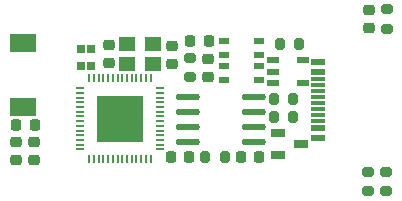
<source format=gbr>
%TF.GenerationSoftware,KiCad,Pcbnew,7.0.9*%
%TF.CreationDate,2023-12-31T12:54:37+01:00*%
%TF.ProjectId,esp32promicro,65737033-3270-4726-9f6d-6963726f2e6b,rev?*%
%TF.SameCoordinates,Original*%
%TF.FileFunction,Paste,Top*%
%TF.FilePolarity,Positive*%
%FSLAX46Y46*%
G04 Gerber Fmt 4.6, Leading zero omitted, Abs format (unit mm)*
G04 Created by KiCad (PCBNEW 7.0.9) date 2023-12-31 12:54:37*
%MOMM*%
%LPD*%
G01*
G04 APERTURE LIST*
G04 Aperture macros list*
%AMRoundRect*
0 Rectangle with rounded corners*
0 $1 Rounding radius*
0 $2 $3 $4 $5 $6 $7 $8 $9 X,Y pos of 4 corners*
0 Add a 4 corners polygon primitive as box body*
4,1,4,$2,$3,$4,$5,$6,$7,$8,$9,$2,$3,0*
0 Add four circle primitives for the rounded corners*
1,1,$1+$1,$2,$3*
1,1,$1+$1,$4,$5*
1,1,$1+$1,$6,$7*
1,1,$1+$1,$8,$9*
0 Add four rect primitives between the rounded corners*
20,1,$1+$1,$2,$3,$4,$5,0*
20,1,$1+$1,$4,$5,$6,$7,0*
20,1,$1+$1,$6,$7,$8,$9,0*
20,1,$1+$1,$8,$9,$2,$3,0*%
G04 Aperture macros list end*
%ADD10O,2.040000X0.570000*%
%ADD11RoundRect,0.225000X0.250000X-0.225000X0.250000X0.225000X-0.250000X0.225000X-0.250000X-0.225000X0*%
%ADD12RoundRect,0.200000X-0.200000X-0.275000X0.200000X-0.275000X0.200000X0.275000X-0.200000X0.275000X0*%
%ADD13RoundRect,0.200000X0.200000X0.275000X-0.200000X0.275000X-0.200000X-0.275000X0.200000X-0.275000X0*%
%ADD14RoundRect,0.200000X0.275000X-0.200000X0.275000X0.200000X-0.275000X0.200000X-0.275000X-0.200000X0*%
%ADD15R,0.900000X0.600000*%
%ADD16C,0.610000*%
%ADD17R,0.660000X0.200000*%
%ADD18R,0.200000X0.660000*%
%ADD19R,4.000000X4.000000*%
%ADD20RoundRect,0.200000X-0.275000X0.200000X-0.275000X-0.200000X0.275000X-0.200000X0.275000X0.200000X0*%
%ADD21RoundRect,0.225000X-0.225000X-0.250000X0.225000X-0.250000X0.225000X0.250000X-0.225000X0.250000X0*%
%ADD22RoundRect,0.225000X-0.250000X0.225000X-0.250000X-0.225000X0.250000X-0.225000X0.250000X0.225000X0*%
%ADD23RoundRect,0.225000X0.225000X0.250000X-0.225000X0.250000X-0.225000X-0.250000X0.225000X-0.250000X0*%
%ADD24RoundRect,0.218750X0.256250X-0.218750X0.256250X0.218750X-0.256250X0.218750X-0.256250X-0.218750X0*%
%ADD25R,1.250000X0.700000*%
%ADD26R,1.000000X0.600000*%
%ADD27R,2.200000X1.500000*%
%ADD28R,1.150000X0.600000*%
%ADD29R,1.150000X0.300000*%
%ADD30R,0.650000X0.800000*%
%ADD31R,1.400000X1.200000*%
%ADD32RoundRect,0.218750X0.218750X0.256250X-0.218750X0.256250X-0.218750X-0.256250X0.218750X-0.256250X0*%
G04 APERTURE END LIST*
D10*
%TO.C,U2*%
X120418033Y-66594285D03*
X120418033Y-65314285D03*
X120418033Y-64054285D03*
X120418033Y-62784285D03*
X114878033Y-62784285D03*
X114878033Y-64054285D03*
X114878033Y-65314285D03*
X114878033Y-66594285D03*
%TD*%
D11*
%TO.C,C5*%
X108187479Y-59957000D03*
X108187479Y-58407000D03*
%TD*%
D12*
%TO.C,R6*%
X122111000Y-62992000D03*
X123761000Y-62992000D03*
%TD*%
D13*
%TO.C,R7*%
X123761000Y-64465200D03*
X122111000Y-64465200D03*
%TD*%
D14*
%TO.C,R3*%
X131672663Y-57027943D03*
X131672663Y-55377943D03*
%TD*%
D15*
%TO.C,SW1*%
X120887480Y-59241269D03*
X120887480Y-58081269D03*
X117887480Y-59241269D03*
X117887480Y-58081269D03*
%TD*%
D16*
%TO.C,U1*%
X108079477Y-63645823D03*
X108079477Y-64645823D03*
X108079477Y-65645823D03*
X109079477Y-63645823D03*
X109079477Y-64645823D03*
X109079477Y-65645823D03*
X110079477Y-63645823D03*
X110079477Y-64645823D03*
X110079477Y-65645823D03*
D17*
X105669477Y-62045823D03*
X105669477Y-62445823D03*
X105669477Y-62845823D03*
X105669477Y-63245823D03*
X105669477Y-63645823D03*
X105669477Y-64045823D03*
X105669477Y-64445823D03*
X105669477Y-64845823D03*
X105669477Y-65245823D03*
X105669477Y-65645823D03*
X105669477Y-66045823D03*
X105669477Y-66445823D03*
X105669477Y-66845823D03*
X105669477Y-67245823D03*
D18*
X106479477Y-68055823D03*
X106879477Y-68055823D03*
X107279477Y-68055823D03*
X107679477Y-68055823D03*
X108079477Y-68055823D03*
X108479477Y-68055823D03*
X108879477Y-68055823D03*
X109279477Y-68055823D03*
X109679477Y-68055823D03*
X110079477Y-68055823D03*
X110479477Y-68055823D03*
X110879477Y-68055823D03*
X111279477Y-68055823D03*
X111679477Y-68055823D03*
D17*
X112489477Y-67245823D03*
X112489477Y-66845823D03*
X112489477Y-66445823D03*
X112489477Y-66045823D03*
X112489477Y-65645823D03*
X112489477Y-65245823D03*
X112489477Y-64845823D03*
X112489477Y-64445823D03*
X112489477Y-64045823D03*
X112489477Y-63645823D03*
X112489477Y-63245823D03*
X112489477Y-62845823D03*
X112489477Y-62445823D03*
X112489477Y-62045823D03*
D18*
X111679477Y-61235823D03*
X111279477Y-61235823D03*
X110879477Y-61235823D03*
X110479477Y-61235823D03*
X110079477Y-61235823D03*
X109679477Y-61235823D03*
X109279477Y-61235823D03*
X108879477Y-61235823D03*
X108479477Y-61235823D03*
X108079477Y-61235823D03*
X107679477Y-61235823D03*
X107279477Y-61235823D03*
X106879477Y-61235823D03*
X106479477Y-61235823D03*
D19*
X109079477Y-64645823D03*
%TD*%
D20*
%TO.C,R2*%
X130078000Y-69152001D03*
X130078000Y-70802001D03*
%TD*%
D15*
%TO.C,SW3*%
X117863479Y-60185270D03*
X117863479Y-61345270D03*
X120863479Y-60185270D03*
X120863479Y-61345270D03*
%TD*%
D21*
%TO.C,C3*%
X115032479Y-58034270D03*
X116582479Y-58034270D03*
%TD*%
D22*
%TO.C,C8*%
X101828600Y-66611200D03*
X101828600Y-68161200D03*
%TD*%
D23*
%TO.C,C1*%
X120866200Y-67919600D03*
X119316200Y-67919600D03*
%TD*%
D21*
%TO.C,C6*%
X113372600Y-67919600D03*
X114922600Y-67919600D03*
%TD*%
D14*
%TO.C,R4*%
X115045480Y-61145270D03*
X115045480Y-59495270D03*
%TD*%
D11*
%TO.C,C2*%
X116569478Y-61095268D03*
X116569478Y-59545268D03*
%TD*%
D24*
%TO.C,D1*%
X130200400Y-56972300D03*
X130200400Y-55397300D03*
%TD*%
D25*
%TO.C,U3*%
X122427479Y-65852000D03*
X122427479Y-67752000D03*
X124427479Y-66802000D03*
%TD*%
D20*
%TO.C,R1*%
X131572000Y-69152000D03*
X131572000Y-70802000D03*
%TD*%
D26*
%TO.C,U5*%
X124617000Y-59705200D03*
X124617000Y-61605200D03*
X122017000Y-61605200D03*
X122017000Y-60655200D03*
X122017000Y-59705200D03*
%TD*%
D12*
%TO.C,R5*%
X116294400Y-67919600D03*
X117944400Y-67919600D03*
%TD*%
D27*
%TO.C,L1*%
X100838000Y-63624600D03*
X100838000Y-58244600D03*
%TD*%
D28*
%TO.C,U4*%
X125883480Y-66251270D03*
X125883480Y-65451270D03*
D29*
X125883480Y-64301270D03*
X125883480Y-63301270D03*
X125883480Y-62801270D03*
X125883480Y-61801270D03*
D28*
X125883480Y-59851270D03*
X125883480Y-60651270D03*
D29*
X125883480Y-61301270D03*
X125883480Y-62301270D03*
X125883480Y-63801270D03*
X125883480Y-64801270D03*
%TD*%
D22*
%TO.C,C7*%
X100304600Y-66611200D03*
X100304600Y-68161200D03*
%TD*%
D30*
%TO.C,LED1*%
X106608349Y-58706388D03*
X106608349Y-60206388D03*
X105768349Y-58706388D03*
X105768349Y-60206388D03*
%TD*%
D31*
%TO.C,CRYSTAL1*%
X111911479Y-58303270D03*
X109711479Y-58303270D03*
X109711479Y-60003270D03*
X111911479Y-60003270D03*
%TD*%
D11*
%TO.C,C4*%
X113521478Y-60016269D03*
X113521478Y-58466269D03*
%TD*%
D32*
%TO.C,L2*%
X101854000Y-65151000D03*
X100279000Y-65151000D03*
%TD*%
D13*
%TO.C,R9*%
X122605000Y-58280000D03*
X124255000Y-58280000D03*
%TD*%
M02*

</source>
